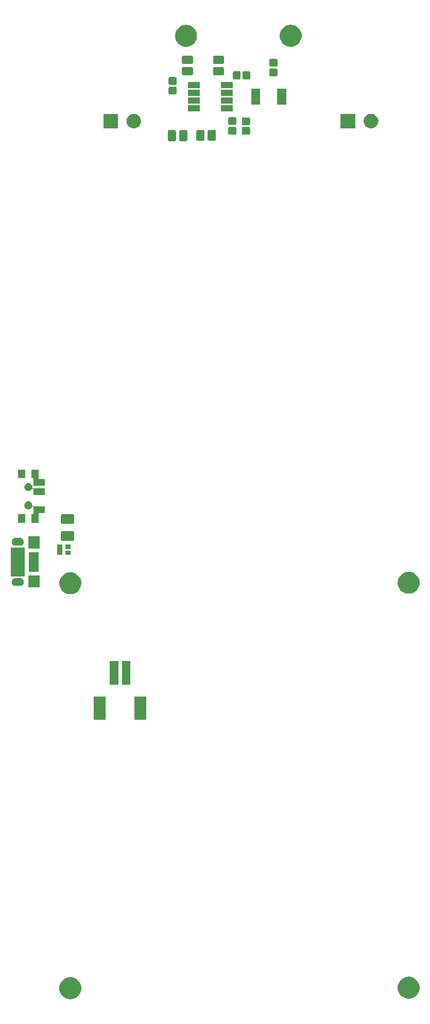
<source format=gbs>
G04 #@! TF.GenerationSoftware,KiCad,Pcbnew,(5.0.2-5)-5*
G04 #@! TF.CreationDate,2019-02-19T21:12:35-08:00*
G04 #@! TF.ProjectId,DC27-badge,44433237-2d62-4616-9467-652e6b696361,rev?*
G04 #@! TF.SameCoordinates,Original*
G04 #@! TF.FileFunction,Soldermask,Bot*
G04 #@! TF.FilePolarity,Negative*
%FSLAX46Y46*%
G04 Gerber Fmt 4.6, Leading zero omitted, Abs format (unit mm)*
G04 Created by KiCad (PCBNEW (5.0.2-5)-5) date Tuesday, February 19, 2019 at 09:12:35 PM*
%MOMM*%
%LPD*%
G01*
G04 APERTURE LIST*
%ADD10C,0.150000*%
G04 APERTURE END LIST*
D10*
G36*
X77979122Y-200046115D02*
X78095041Y-200069173D01*
X78422620Y-200204861D01*
X78713511Y-200399228D01*
X78717436Y-200401851D01*
X78968149Y-200652564D01*
X78968151Y-200652567D01*
X79111685Y-200867380D01*
X79165140Y-200947382D01*
X79300827Y-201274960D01*
X79370000Y-201622714D01*
X79370000Y-201977286D01*
X79300827Y-202325040D01*
X79165140Y-202652618D01*
X78968149Y-202947436D01*
X78717436Y-203198149D01*
X78717433Y-203198151D01*
X78422620Y-203395139D01*
X78095041Y-203530827D01*
X77979122Y-203553885D01*
X77747286Y-203600000D01*
X77392714Y-203600000D01*
X77160878Y-203553885D01*
X77044959Y-203530827D01*
X76717380Y-203395139D01*
X76422567Y-203198151D01*
X76422564Y-203198149D01*
X76171851Y-202947436D01*
X75974860Y-202652618D01*
X75839173Y-202325040D01*
X75770000Y-201977286D01*
X75770000Y-201622714D01*
X75839173Y-201274960D01*
X75974860Y-200947382D01*
X76028316Y-200867380D01*
X76171849Y-200652567D01*
X76171851Y-200652564D01*
X76422564Y-200401851D01*
X76426489Y-200399228D01*
X76717380Y-200204861D01*
X77044959Y-200069173D01*
X77160878Y-200046115D01*
X77392714Y-200000000D01*
X77747286Y-200000000D01*
X77979122Y-200046115D01*
X77979122Y-200046115D01*
G37*
G36*
X133619122Y-199966115D02*
X133735041Y-199989173D01*
X134062620Y-200124861D01*
X134182347Y-200204860D01*
X134357436Y-200321851D01*
X134608149Y-200572564D01*
X134608151Y-200572567D01*
X134805139Y-200867380D01*
X134940827Y-201194959D01*
X135010000Y-201542716D01*
X135010000Y-201897284D01*
X134940827Y-202245041D01*
X134805139Y-202572620D01*
X134610772Y-202863511D01*
X134608149Y-202867436D01*
X134357436Y-203118149D01*
X134357433Y-203118151D01*
X134062620Y-203315139D01*
X133735041Y-203450827D01*
X133619122Y-203473885D01*
X133387286Y-203520000D01*
X133032714Y-203520000D01*
X132800878Y-203473885D01*
X132684959Y-203450827D01*
X132357380Y-203315139D01*
X132062567Y-203118151D01*
X132062564Y-203118149D01*
X131811851Y-202867436D01*
X131809228Y-202863511D01*
X131614861Y-202572620D01*
X131479173Y-202245041D01*
X131410000Y-201897284D01*
X131410000Y-201542716D01*
X131479173Y-201194959D01*
X131614861Y-200867380D01*
X131811849Y-200572567D01*
X131811851Y-200572564D01*
X132062564Y-200321851D01*
X132237653Y-200204860D01*
X132357380Y-200124861D01*
X132684959Y-199989173D01*
X132800878Y-199966115D01*
X133032714Y-199920000D01*
X133387286Y-199920000D01*
X133619122Y-199966115D01*
X133619122Y-199966115D01*
G37*
G36*
X90050000Y-157700000D02*
X88150000Y-157700000D01*
X88150000Y-153900000D01*
X90050000Y-153900000D01*
X90050000Y-157700000D01*
X90050000Y-157700000D01*
G37*
G36*
X83350000Y-157700000D02*
X81450000Y-157700000D01*
X81450000Y-153900000D01*
X83350000Y-153900000D01*
X83350000Y-157700000D01*
X83350000Y-157700000D01*
G37*
G36*
X87450000Y-152000000D02*
X86050000Y-152000000D01*
X86050000Y-148100000D01*
X87450000Y-148100000D01*
X87450000Y-152000000D01*
X87450000Y-152000000D01*
G37*
G36*
X85450000Y-152000000D02*
X84050000Y-152000000D01*
X84050000Y-148100000D01*
X85450000Y-148100000D01*
X85450000Y-152000000D01*
X85450000Y-152000000D01*
G37*
G36*
X77979122Y-133546115D02*
X78095041Y-133569173D01*
X78422620Y-133704861D01*
X78713511Y-133899228D01*
X78717436Y-133901851D01*
X78968149Y-134152564D01*
X78968151Y-134152567D01*
X79165139Y-134447380D01*
X79285032Y-134736826D01*
X79300827Y-134774960D01*
X79370000Y-135122714D01*
X79370000Y-135477286D01*
X79325202Y-135702497D01*
X79315945Y-135749040D01*
X79300827Y-135825040D01*
X79165140Y-136152618D01*
X78968149Y-136447436D01*
X78717436Y-136698149D01*
X78717433Y-136698151D01*
X78422620Y-136895139D01*
X78095041Y-137030827D01*
X77979122Y-137053885D01*
X77747286Y-137100000D01*
X77392714Y-137100000D01*
X77160878Y-137053885D01*
X77044959Y-137030827D01*
X76717380Y-136895139D01*
X76422567Y-136698151D01*
X76422564Y-136698149D01*
X76171851Y-136447436D01*
X75974860Y-136152618D01*
X75839173Y-135825040D01*
X75824056Y-135749040D01*
X75814798Y-135702497D01*
X75770000Y-135477286D01*
X75770000Y-135122714D01*
X75839173Y-134774960D01*
X75854969Y-134736826D01*
X75974861Y-134447380D01*
X76171849Y-134152567D01*
X76171851Y-134152564D01*
X76422564Y-133901851D01*
X76426489Y-133899228D01*
X76717380Y-133704861D01*
X77044959Y-133569173D01*
X77160878Y-133546115D01*
X77392714Y-133500000D01*
X77747286Y-133500000D01*
X77979122Y-133546115D01*
X77979122Y-133546115D01*
G37*
G36*
X133619122Y-133466115D02*
X133735041Y-133489173D01*
X134062620Y-133624861D01*
X134182347Y-133704860D01*
X134357436Y-133821851D01*
X134608149Y-134072564D01*
X134608151Y-134072567D01*
X134805139Y-134367380D01*
X134917199Y-134637915D01*
X134940827Y-134694960D01*
X134995958Y-134972119D01*
X135010000Y-135042716D01*
X135010000Y-135397284D01*
X134940827Y-135745041D01*
X134805139Y-136072620D01*
X134610772Y-136363511D01*
X134608149Y-136367436D01*
X134357436Y-136618149D01*
X134357433Y-136618151D01*
X134062620Y-136815139D01*
X133735041Y-136950827D01*
X133619122Y-136973885D01*
X133387286Y-137020000D01*
X133032714Y-137020000D01*
X132800878Y-136973885D01*
X132684959Y-136950827D01*
X132357380Y-136815139D01*
X132062567Y-136618151D01*
X132062564Y-136618149D01*
X131811851Y-136367436D01*
X131809228Y-136363511D01*
X131614861Y-136072620D01*
X131479173Y-135745041D01*
X131410000Y-135397284D01*
X131410000Y-135042716D01*
X131424043Y-134972119D01*
X131479173Y-134694960D01*
X131502802Y-134637915D01*
X131614861Y-134367380D01*
X131811849Y-134072567D01*
X131811851Y-134072564D01*
X132062564Y-133821851D01*
X132237653Y-133704860D01*
X132357380Y-133624861D01*
X132684959Y-133489173D01*
X132800878Y-133466115D01*
X133032714Y-133420000D01*
X133387286Y-133420000D01*
X133619122Y-133466115D01*
X133619122Y-133466115D01*
G37*
G36*
X72499770Y-135996690D02*
X70700230Y-135996690D01*
X70700230Y-133999030D01*
X72499770Y-133999030D01*
X72499770Y-135996690D01*
X72499770Y-135996690D01*
G37*
G36*
X69393417Y-134457936D02*
X69407051Y-134459279D01*
X69447865Y-134471660D01*
X69529496Y-134496423D01*
X69642343Y-134556741D01*
X69741255Y-134637915D01*
X69822429Y-134736827D01*
X69882747Y-134849674D01*
X69919891Y-134972120D01*
X69932433Y-135099460D01*
X69922911Y-135196135D01*
X69919891Y-135226801D01*
X69907510Y-135267615D01*
X69882747Y-135349246D01*
X69822429Y-135462093D01*
X69741255Y-135561005D01*
X69642343Y-135642179D01*
X69529496Y-135702497D01*
X69447865Y-135727260D01*
X69407051Y-135739641D01*
X69393417Y-135740984D01*
X69311621Y-135749040D01*
X68549299Y-135749040D01*
X68467503Y-135740984D01*
X68453869Y-135739641D01*
X68413055Y-135727260D01*
X68331424Y-135702497D01*
X68218577Y-135642179D01*
X68119665Y-135561005D01*
X68038491Y-135462093D01*
X67978173Y-135349246D01*
X67953410Y-135267615D01*
X67941029Y-135226801D01*
X67938009Y-135196135D01*
X67928487Y-135099460D01*
X67941029Y-134972120D01*
X67978173Y-134849674D01*
X68038491Y-134736827D01*
X68119665Y-134637915D01*
X68218577Y-134556741D01*
X68331424Y-134496423D01*
X68413055Y-134471660D01*
X68453869Y-134459279D01*
X68467503Y-134457936D01*
X68549299Y-134449880D01*
X69311621Y-134449880D01*
X69393417Y-134457936D01*
X69393417Y-134457936D01*
G37*
G36*
X70075339Y-131723920D02*
X70075341Y-131723940D01*
X70075341Y-134148840D01*
X67775421Y-134148840D01*
X67775421Y-131876080D01*
X67775419Y-131876060D01*
X67775419Y-129451160D01*
X70075339Y-129451160D01*
X70075339Y-131723920D01*
X70075339Y-131723920D01*
G37*
G36*
X72401370Y-133424329D02*
X70798630Y-133424329D01*
X70798630Y-130175670D01*
X72401370Y-130175670D01*
X72401370Y-133424329D01*
X72401370Y-133424329D01*
G37*
G36*
X76235000Y-130660000D02*
X75385000Y-130660000D01*
X75385000Y-128960000D01*
X76235000Y-128960000D01*
X76235000Y-130660000D01*
X76235000Y-130660000D01*
G37*
G36*
X77635000Y-130660000D02*
X76785000Y-130660000D01*
X76785000Y-129960000D01*
X77635000Y-129960000D01*
X77635000Y-130660000D01*
X77635000Y-130660000D01*
G37*
G36*
X77635000Y-129660000D02*
X76785000Y-129660000D01*
X76785000Y-128960000D01*
X77635000Y-128960000D01*
X77635000Y-129660000D01*
X77635000Y-129660000D01*
G37*
G36*
X72499770Y-129600970D02*
X70700230Y-129600970D01*
X70700230Y-127603310D01*
X72499770Y-127603310D01*
X72499770Y-129600970D01*
X72499770Y-129600970D01*
G37*
G36*
X69393417Y-127859016D02*
X69407051Y-127860359D01*
X69447865Y-127872740D01*
X69529496Y-127897503D01*
X69642343Y-127957821D01*
X69741255Y-128038995D01*
X69822429Y-128137907D01*
X69882747Y-128250754D01*
X69906600Y-128329385D01*
X69916019Y-128360434D01*
X69919891Y-128373200D01*
X69932433Y-128500540D01*
X69919891Y-128627880D01*
X69882747Y-128750326D01*
X69822429Y-128863173D01*
X69741255Y-128962085D01*
X69642343Y-129043259D01*
X69529496Y-129103577D01*
X69447865Y-129128340D01*
X69407051Y-129140721D01*
X69393417Y-129142064D01*
X69311621Y-129150120D01*
X68549299Y-129150120D01*
X68467503Y-129142064D01*
X68453869Y-129140721D01*
X68413055Y-129128340D01*
X68331424Y-129103577D01*
X68218577Y-129043259D01*
X68119665Y-128962085D01*
X68038491Y-128863173D01*
X67978173Y-128750326D01*
X67941029Y-128627880D01*
X67928487Y-128500540D01*
X67941029Y-128373200D01*
X67944902Y-128360434D01*
X67954320Y-128329385D01*
X67978173Y-128250754D01*
X68038491Y-128137907D01*
X68119665Y-128038995D01*
X68218577Y-127957821D01*
X68331424Y-127897503D01*
X68413055Y-127872740D01*
X68453869Y-127860359D01*
X68467503Y-127859016D01*
X68549299Y-127850960D01*
X69311621Y-127850960D01*
X69393417Y-127859016D01*
X69393417Y-127859016D01*
G37*
G36*
X77989628Y-126740493D02*
X78037354Y-126754970D01*
X78081336Y-126778479D01*
X78119885Y-126810115D01*
X78151521Y-126848664D01*
X78175030Y-126892646D01*
X78189507Y-126940372D01*
X78195000Y-126996141D01*
X78195000Y-128123859D01*
X78189507Y-128179628D01*
X78175030Y-128227354D01*
X78151521Y-128271336D01*
X78119885Y-128309885D01*
X78081336Y-128341521D01*
X78037354Y-128365030D01*
X77989628Y-128379507D01*
X77933859Y-128385000D01*
X76306141Y-128385000D01*
X76250372Y-128379507D01*
X76202646Y-128365030D01*
X76158664Y-128341521D01*
X76120115Y-128309885D01*
X76088479Y-128271336D01*
X76064970Y-128227354D01*
X76050493Y-128179628D01*
X76045000Y-128123859D01*
X76045000Y-126996141D01*
X76050493Y-126940372D01*
X76064970Y-126892646D01*
X76088479Y-126848664D01*
X76120115Y-126810115D01*
X76158664Y-126778479D01*
X76202646Y-126754970D01*
X76250372Y-126740493D01*
X76306141Y-126735000D01*
X77933859Y-126735000D01*
X77989628Y-126740493D01*
X77989628Y-126740493D01*
G37*
G36*
X77989628Y-123940493D02*
X78037354Y-123954970D01*
X78081336Y-123978479D01*
X78119885Y-124010115D01*
X78151521Y-124048664D01*
X78175030Y-124092646D01*
X78189507Y-124140372D01*
X78195000Y-124196141D01*
X78195000Y-125323859D01*
X78189507Y-125379628D01*
X78175030Y-125427354D01*
X78151521Y-125471336D01*
X78119885Y-125509885D01*
X78081336Y-125541521D01*
X78037354Y-125565030D01*
X77989628Y-125579507D01*
X77933859Y-125585000D01*
X76306141Y-125585000D01*
X76250372Y-125579507D01*
X76202646Y-125565030D01*
X76158664Y-125541521D01*
X76120115Y-125509885D01*
X76088479Y-125471336D01*
X76064970Y-125427354D01*
X76050493Y-125379628D01*
X76045000Y-125323859D01*
X76045000Y-124196141D01*
X76050493Y-124140372D01*
X76064970Y-124092646D01*
X76088479Y-124048664D01*
X76120115Y-124010115D01*
X76158664Y-123978479D01*
X76202646Y-123954970D01*
X76250372Y-123940493D01*
X76306141Y-123935000D01*
X77933859Y-123935000D01*
X77989628Y-123940493D01*
X77989628Y-123940493D01*
G37*
G36*
X70817738Y-121866653D02*
X70859598Y-121874979D01*
X70894245Y-121889330D01*
X70977890Y-121923977D01*
X71084354Y-121995114D01*
X71174886Y-122085646D01*
X71246023Y-122192110D01*
X71295021Y-122310403D01*
X71320000Y-122435979D01*
X71320000Y-122575000D01*
X71322402Y-122599386D01*
X71329515Y-122622835D01*
X71341066Y-122644446D01*
X71356612Y-122663388D01*
X71375554Y-122678934D01*
X71397165Y-122690485D01*
X71420614Y-122697598D01*
X71445000Y-122700000D01*
X73380000Y-122700000D01*
X73380000Y-123800000D01*
X72505000Y-123800000D01*
X72480614Y-123802402D01*
X72457165Y-123809515D01*
X72435554Y-123821066D01*
X72416612Y-123836612D01*
X72401066Y-123855554D01*
X72389515Y-123877165D01*
X72382402Y-123900614D01*
X72380000Y-123925000D01*
X72380000Y-125350000D01*
X71180000Y-125350000D01*
X71180000Y-123950000D01*
X71355000Y-123950000D01*
X71379386Y-123947598D01*
X71402835Y-123940485D01*
X71424446Y-123928934D01*
X71443388Y-123913388D01*
X71458934Y-123894446D01*
X71470485Y-123872835D01*
X71477598Y-123849386D01*
X71480000Y-123825000D01*
X71480000Y-122869788D01*
X71477598Y-122845402D01*
X71470485Y-122821953D01*
X71458934Y-122800342D01*
X71443388Y-122781400D01*
X71424446Y-122765854D01*
X71402835Y-122754303D01*
X71379386Y-122747190D01*
X71355000Y-122744788D01*
X71330614Y-122747190D01*
X71307165Y-122754303D01*
X71285554Y-122765854D01*
X71266612Y-122781400D01*
X71251066Y-122800342D01*
X71174886Y-122914354D01*
X71084354Y-123004886D01*
X70977890Y-123076023D01*
X70894245Y-123110670D01*
X70859598Y-123125021D01*
X70817738Y-123133347D01*
X70734021Y-123150000D01*
X70605979Y-123150000D01*
X70522262Y-123133347D01*
X70480402Y-123125021D01*
X70445755Y-123110670D01*
X70362110Y-123076023D01*
X70255646Y-123004886D01*
X70165114Y-122914354D01*
X70093977Y-122807890D01*
X70048293Y-122697598D01*
X70044979Y-122689598D01*
X70020000Y-122564019D01*
X70020000Y-122435981D01*
X70044979Y-122310402D01*
X70059330Y-122275755D01*
X70093977Y-122192110D01*
X70165114Y-122085646D01*
X70255646Y-121995114D01*
X70362110Y-121923977D01*
X70445755Y-121889330D01*
X70480402Y-121874979D01*
X70522262Y-121866653D01*
X70605979Y-121850000D01*
X70734021Y-121850000D01*
X70817738Y-121866653D01*
X70817738Y-121866653D01*
G37*
G36*
X70170000Y-125350000D02*
X68970000Y-125350000D01*
X68970000Y-123950000D01*
X70170000Y-123950000D01*
X70170000Y-125350000D01*
X70170000Y-125350000D01*
G37*
G36*
X72380000Y-118075000D02*
X72382402Y-118099386D01*
X72389515Y-118122835D01*
X72401066Y-118144446D01*
X72416612Y-118163388D01*
X72435554Y-118178934D01*
X72457165Y-118190485D01*
X72480614Y-118197598D01*
X72505000Y-118200000D01*
X73380000Y-118200000D01*
X73380000Y-119300000D01*
X71445000Y-119300000D01*
X71420614Y-119302402D01*
X71397165Y-119309515D01*
X71375554Y-119321066D01*
X71356612Y-119336612D01*
X71341066Y-119355554D01*
X71329515Y-119377165D01*
X71322402Y-119400614D01*
X71320000Y-119425000D01*
X71320000Y-119575000D01*
X71322402Y-119599386D01*
X71329515Y-119622835D01*
X71341066Y-119644446D01*
X71356612Y-119663388D01*
X71375554Y-119678934D01*
X71397165Y-119690485D01*
X71420614Y-119697598D01*
X71445000Y-119700000D01*
X73380000Y-119700000D01*
X73380000Y-120800000D01*
X71480000Y-120800000D01*
X71480000Y-119869788D01*
X71477598Y-119845402D01*
X71470485Y-119821953D01*
X71458934Y-119800342D01*
X71443388Y-119781400D01*
X71424446Y-119765854D01*
X71402835Y-119754303D01*
X71379386Y-119747190D01*
X71355000Y-119744788D01*
X71330614Y-119747190D01*
X71307165Y-119754303D01*
X71285554Y-119765854D01*
X71266612Y-119781400D01*
X71251066Y-119800342D01*
X71174886Y-119914354D01*
X71084354Y-120004886D01*
X70977890Y-120076023D01*
X70894245Y-120110670D01*
X70859598Y-120125021D01*
X70817738Y-120133347D01*
X70734021Y-120150000D01*
X70605979Y-120150000D01*
X70522262Y-120133347D01*
X70480402Y-120125021D01*
X70445755Y-120110670D01*
X70362110Y-120076023D01*
X70255646Y-120004886D01*
X70165114Y-119914354D01*
X70093977Y-119807890D01*
X70048293Y-119697598D01*
X70044979Y-119689598D01*
X70020000Y-119564019D01*
X70020000Y-119435981D01*
X70044979Y-119310402D01*
X70071781Y-119245697D01*
X70093977Y-119192110D01*
X70165114Y-119085646D01*
X70255646Y-118995114D01*
X70362110Y-118923977D01*
X70445755Y-118889330D01*
X70480402Y-118874979D01*
X70522262Y-118866653D01*
X70605979Y-118850000D01*
X70734021Y-118850000D01*
X70817738Y-118866653D01*
X70859598Y-118874979D01*
X70894245Y-118889330D01*
X70977890Y-118923977D01*
X71084354Y-118995114D01*
X71174886Y-119085646D01*
X71251066Y-119199658D01*
X71266611Y-119218600D01*
X71285553Y-119234145D01*
X71307164Y-119245697D01*
X71330613Y-119252810D01*
X71355000Y-119255212D01*
X71379386Y-119252810D01*
X71402835Y-119245697D01*
X71424446Y-119234146D01*
X71443388Y-119218601D01*
X71458933Y-119199659D01*
X71470485Y-119178048D01*
X71477598Y-119154599D01*
X71480000Y-119130212D01*
X71480000Y-118175000D01*
X71477598Y-118150614D01*
X71470485Y-118127165D01*
X71458934Y-118105554D01*
X71443388Y-118086612D01*
X71424446Y-118071066D01*
X71402835Y-118059515D01*
X71379386Y-118052402D01*
X71355000Y-118050000D01*
X71180000Y-118050000D01*
X71180000Y-116650000D01*
X72380000Y-116650000D01*
X72380000Y-118075000D01*
X72380000Y-118075000D01*
G37*
G36*
X70170000Y-118050000D02*
X68970000Y-118050000D01*
X68970000Y-116650000D01*
X70170000Y-116650000D01*
X70170000Y-118050000D01*
X70170000Y-118050000D01*
G37*
G36*
X94723497Y-60905997D02*
X94776153Y-60921970D01*
X94824665Y-60947900D01*
X94867196Y-60982804D01*
X94902100Y-61025335D01*
X94928030Y-61073847D01*
X94944003Y-61126503D01*
X94950000Y-61187390D01*
X94950000Y-62412610D01*
X94944003Y-62473497D01*
X94928030Y-62526153D01*
X94902100Y-62574665D01*
X94867196Y-62617196D01*
X94824665Y-62652100D01*
X94776153Y-62678030D01*
X94723497Y-62694003D01*
X94662610Y-62700000D01*
X93862390Y-62700000D01*
X93801503Y-62694003D01*
X93748847Y-62678030D01*
X93700335Y-62652100D01*
X93657804Y-62617196D01*
X93622900Y-62574665D01*
X93596970Y-62526153D01*
X93580997Y-62473497D01*
X93575000Y-62412610D01*
X93575000Y-61187390D01*
X93580997Y-61126503D01*
X93596970Y-61073847D01*
X93622900Y-61025335D01*
X93657804Y-60982804D01*
X93700335Y-60947900D01*
X93748847Y-60921970D01*
X93801503Y-60905997D01*
X93862390Y-60900000D01*
X94662610Y-60900000D01*
X94723497Y-60905997D01*
X94723497Y-60905997D01*
G37*
G36*
X96598497Y-60905997D02*
X96651153Y-60921970D01*
X96699665Y-60947900D01*
X96742196Y-60982804D01*
X96777100Y-61025335D01*
X96803030Y-61073847D01*
X96819003Y-61126503D01*
X96825000Y-61187390D01*
X96825000Y-62412610D01*
X96819003Y-62473497D01*
X96803030Y-62526153D01*
X96777100Y-62574665D01*
X96742196Y-62617196D01*
X96699665Y-62652100D01*
X96651153Y-62678030D01*
X96598497Y-62694003D01*
X96537610Y-62700000D01*
X95737390Y-62700000D01*
X95676503Y-62694003D01*
X95623847Y-62678030D01*
X95575335Y-62652100D01*
X95532804Y-62617196D01*
X95497900Y-62574665D01*
X95471970Y-62526153D01*
X95455997Y-62473497D01*
X95450000Y-62412610D01*
X95450000Y-61187390D01*
X95455997Y-61126503D01*
X95471970Y-61073847D01*
X95497900Y-61025335D01*
X95532804Y-60982804D01*
X95575335Y-60947900D01*
X95623847Y-60921970D01*
X95676503Y-60905997D01*
X95737390Y-60900000D01*
X96537610Y-60900000D01*
X96598497Y-60905997D01*
X96598497Y-60905997D01*
G37*
G36*
X99423497Y-60855997D02*
X99476153Y-60871970D01*
X99524665Y-60897900D01*
X99567196Y-60932804D01*
X99602100Y-60975335D01*
X99628030Y-61023847D01*
X99644003Y-61076503D01*
X99650000Y-61137390D01*
X99650000Y-62362610D01*
X99644003Y-62423497D01*
X99628030Y-62476153D01*
X99602100Y-62524665D01*
X99567196Y-62567196D01*
X99524665Y-62602100D01*
X99476153Y-62628030D01*
X99423497Y-62644003D01*
X99362610Y-62650000D01*
X98562390Y-62650000D01*
X98501503Y-62644003D01*
X98448847Y-62628030D01*
X98400335Y-62602100D01*
X98357804Y-62567196D01*
X98322900Y-62524665D01*
X98296970Y-62476153D01*
X98280997Y-62423497D01*
X98275000Y-62362610D01*
X98275000Y-61137390D01*
X98280997Y-61076503D01*
X98296970Y-61023847D01*
X98322900Y-60975335D01*
X98357804Y-60932804D01*
X98400335Y-60897900D01*
X98448847Y-60871970D01*
X98501503Y-60855997D01*
X98562390Y-60850000D01*
X99362610Y-60850000D01*
X99423497Y-60855997D01*
X99423497Y-60855997D01*
G37*
G36*
X101298497Y-60855997D02*
X101351153Y-60871970D01*
X101399665Y-60897900D01*
X101442196Y-60932804D01*
X101477100Y-60975335D01*
X101503030Y-61023847D01*
X101519003Y-61076503D01*
X101525000Y-61137390D01*
X101525000Y-62362610D01*
X101519003Y-62423497D01*
X101503030Y-62476153D01*
X101477100Y-62524665D01*
X101442196Y-62567196D01*
X101399665Y-62602100D01*
X101351153Y-62628030D01*
X101298497Y-62644003D01*
X101237610Y-62650000D01*
X100437390Y-62650000D01*
X100376503Y-62644003D01*
X100323847Y-62628030D01*
X100275335Y-62602100D01*
X100232804Y-62567196D01*
X100197900Y-62524665D01*
X100171970Y-62476153D01*
X100155997Y-62423497D01*
X100150000Y-62362610D01*
X100150000Y-61137390D01*
X100155997Y-61076503D01*
X100171970Y-61023847D01*
X100197900Y-60975335D01*
X100232804Y-60932804D01*
X100275335Y-60897900D01*
X100323847Y-60871970D01*
X100376503Y-60855997D01*
X100437390Y-60850000D01*
X101237610Y-60850000D01*
X101298497Y-60855997D01*
X101298497Y-60855997D01*
G37*
G36*
X106918622Y-60378017D02*
X106966585Y-60392566D01*
X107010775Y-60416186D01*
X107049518Y-60447982D01*
X107081314Y-60486725D01*
X107104934Y-60530915D01*
X107119483Y-60578878D01*
X107125000Y-60634891D01*
X107125000Y-61385109D01*
X107119483Y-61441122D01*
X107104934Y-61489085D01*
X107081314Y-61533275D01*
X107049518Y-61572018D01*
X107010775Y-61603814D01*
X106966585Y-61627434D01*
X106918622Y-61641983D01*
X106862609Y-61647500D01*
X106037391Y-61647500D01*
X105981378Y-61641983D01*
X105933415Y-61627434D01*
X105889225Y-61603814D01*
X105850482Y-61572018D01*
X105818686Y-61533275D01*
X105795066Y-61489085D01*
X105780517Y-61441122D01*
X105775000Y-61385109D01*
X105775000Y-60634891D01*
X105780517Y-60578878D01*
X105795066Y-60530915D01*
X105818686Y-60486725D01*
X105850482Y-60447982D01*
X105889225Y-60416186D01*
X105933415Y-60392566D01*
X105981378Y-60378017D01*
X106037391Y-60372500D01*
X106862609Y-60372500D01*
X106918622Y-60378017D01*
X106918622Y-60378017D01*
G37*
G36*
X104668622Y-60368017D02*
X104716585Y-60382566D01*
X104760775Y-60406186D01*
X104799518Y-60437982D01*
X104831314Y-60476725D01*
X104854934Y-60520915D01*
X104869483Y-60568878D01*
X104875000Y-60624891D01*
X104875000Y-61375109D01*
X104869483Y-61431122D01*
X104854934Y-61479085D01*
X104831314Y-61523275D01*
X104799518Y-61562018D01*
X104760775Y-61593814D01*
X104716585Y-61617434D01*
X104668622Y-61631983D01*
X104612609Y-61637500D01*
X103787391Y-61637500D01*
X103731378Y-61631983D01*
X103683415Y-61617434D01*
X103639225Y-61593814D01*
X103600482Y-61562018D01*
X103568686Y-61523275D01*
X103545066Y-61479085D01*
X103530517Y-61431122D01*
X103525000Y-61375109D01*
X103525000Y-60624891D01*
X103530517Y-60568878D01*
X103545066Y-60520915D01*
X103568686Y-60476725D01*
X103600482Y-60437982D01*
X103639225Y-60406186D01*
X103683415Y-60382566D01*
X103731378Y-60368017D01*
X103787391Y-60362500D01*
X104612609Y-60362500D01*
X104668622Y-60368017D01*
X104668622Y-60368017D01*
G37*
G36*
X124399490Y-60599490D02*
X122000510Y-60599490D01*
X122000510Y-58200510D01*
X124399490Y-58200510D01*
X124399490Y-60599490D01*
X124399490Y-60599490D01*
G37*
G36*
X88359876Y-58246605D02*
X88578172Y-58337026D01*
X88774633Y-58468297D01*
X88941703Y-58635367D01*
X89072974Y-58831828D01*
X89163395Y-59050124D01*
X89209490Y-59281859D01*
X89209490Y-59518141D01*
X89163395Y-59749876D01*
X89072974Y-59968172D01*
X88941703Y-60164633D01*
X88774633Y-60331703D01*
X88578172Y-60462974D01*
X88359876Y-60553395D01*
X88128141Y-60599490D01*
X87891859Y-60599490D01*
X87660124Y-60553395D01*
X87441828Y-60462974D01*
X87245367Y-60331703D01*
X87078297Y-60164633D01*
X86947026Y-59968172D01*
X86856605Y-59749876D01*
X86810510Y-59518141D01*
X86810510Y-59281859D01*
X86856605Y-59050124D01*
X86947026Y-58831828D01*
X87078297Y-58635367D01*
X87245367Y-58468297D01*
X87441828Y-58337026D01*
X87660124Y-58246605D01*
X87891859Y-58200510D01*
X88128141Y-58200510D01*
X88359876Y-58246605D01*
X88359876Y-58246605D01*
G37*
G36*
X127359876Y-58246605D02*
X127578172Y-58337026D01*
X127774633Y-58468297D01*
X127941703Y-58635367D01*
X128072974Y-58831828D01*
X128163395Y-59050124D01*
X128209490Y-59281859D01*
X128209490Y-59518141D01*
X128163395Y-59749876D01*
X128072974Y-59968172D01*
X127941703Y-60164633D01*
X127774633Y-60331703D01*
X127578172Y-60462974D01*
X127359876Y-60553395D01*
X127128141Y-60599490D01*
X126891859Y-60599490D01*
X126660124Y-60553395D01*
X126441828Y-60462974D01*
X126245367Y-60331703D01*
X126078297Y-60164633D01*
X125947026Y-59968172D01*
X125856605Y-59749876D01*
X125810510Y-59518141D01*
X125810510Y-59281859D01*
X125856605Y-59050124D01*
X125947026Y-58831828D01*
X126078297Y-58635367D01*
X126245367Y-58468297D01*
X126441828Y-58337026D01*
X126660124Y-58246605D01*
X126891859Y-58200510D01*
X127128141Y-58200510D01*
X127359876Y-58246605D01*
X127359876Y-58246605D01*
G37*
G36*
X85399490Y-60599490D02*
X83000510Y-60599490D01*
X83000510Y-58200510D01*
X85399490Y-58200510D01*
X85399490Y-60599490D01*
X85399490Y-60599490D01*
G37*
G36*
X106918622Y-58803017D02*
X106966585Y-58817566D01*
X107010775Y-58841186D01*
X107049518Y-58872982D01*
X107081314Y-58911725D01*
X107104934Y-58955915D01*
X107119483Y-59003878D01*
X107125000Y-59059891D01*
X107125000Y-59810109D01*
X107119483Y-59866122D01*
X107104934Y-59914085D01*
X107081314Y-59958275D01*
X107049518Y-59997018D01*
X107010775Y-60028814D01*
X106966585Y-60052434D01*
X106918622Y-60066983D01*
X106862609Y-60072500D01*
X106037391Y-60072500D01*
X105981378Y-60066983D01*
X105933415Y-60052434D01*
X105889225Y-60028814D01*
X105850482Y-59997018D01*
X105818686Y-59958275D01*
X105795066Y-59914085D01*
X105780517Y-59866122D01*
X105775000Y-59810109D01*
X105775000Y-59059891D01*
X105780517Y-59003878D01*
X105795066Y-58955915D01*
X105818686Y-58911725D01*
X105850482Y-58872982D01*
X105889225Y-58841186D01*
X105933415Y-58817566D01*
X105981378Y-58803017D01*
X106037391Y-58797500D01*
X106862609Y-58797500D01*
X106918622Y-58803017D01*
X106918622Y-58803017D01*
G37*
G36*
X104668622Y-58793017D02*
X104716585Y-58807566D01*
X104760775Y-58831186D01*
X104799518Y-58862982D01*
X104831314Y-58901725D01*
X104854934Y-58945915D01*
X104869483Y-58993878D01*
X104875000Y-59049891D01*
X104875000Y-59800109D01*
X104869483Y-59856122D01*
X104854934Y-59904085D01*
X104831314Y-59948275D01*
X104799518Y-59987018D01*
X104760775Y-60018814D01*
X104716585Y-60042434D01*
X104668622Y-60056983D01*
X104612609Y-60062500D01*
X103787391Y-60062500D01*
X103731378Y-60056983D01*
X103683415Y-60042434D01*
X103639225Y-60018814D01*
X103600482Y-59987018D01*
X103568686Y-59948275D01*
X103545066Y-59904085D01*
X103530517Y-59856122D01*
X103525000Y-59800109D01*
X103525000Y-59049891D01*
X103530517Y-58993878D01*
X103545066Y-58945915D01*
X103568686Y-58901725D01*
X103600482Y-58862982D01*
X103639225Y-58831186D01*
X103683415Y-58807566D01*
X103731378Y-58793017D01*
X103787391Y-58787500D01*
X104612609Y-58787500D01*
X104668622Y-58793017D01*
X104668622Y-58793017D01*
G37*
G36*
X98875000Y-57805000D02*
X96925000Y-57805000D01*
X96925000Y-56805000D01*
X98875000Y-56805000D01*
X98875000Y-57805000D01*
X98875000Y-57805000D01*
G37*
G36*
X104275000Y-57805000D02*
X102325000Y-57805000D01*
X102325000Y-56805000D01*
X104275000Y-56805000D01*
X104275000Y-57805000D01*
X104275000Y-57805000D01*
G37*
G36*
X113100000Y-56725000D02*
X111600000Y-56725000D01*
X111600000Y-54075000D01*
X113100000Y-54075000D01*
X113100000Y-56725000D01*
X113100000Y-56725000D01*
G37*
G36*
X108800000Y-56725000D02*
X107300000Y-56725000D01*
X107300000Y-54075000D01*
X108800000Y-54075000D01*
X108800000Y-56725000D01*
X108800000Y-56725000D01*
G37*
G36*
X104275000Y-56535000D02*
X102325000Y-56535000D01*
X102325000Y-55535000D01*
X104275000Y-55535000D01*
X104275000Y-56535000D01*
X104275000Y-56535000D01*
G37*
G36*
X98875000Y-56535000D02*
X96925000Y-56535000D01*
X96925000Y-55535000D01*
X98875000Y-55535000D01*
X98875000Y-56535000D01*
X98875000Y-56535000D01*
G37*
G36*
X104275000Y-55265000D02*
X102325000Y-55265000D01*
X102325000Y-54265000D01*
X104275000Y-54265000D01*
X104275000Y-55265000D01*
X104275000Y-55265000D01*
G37*
G36*
X98875000Y-55265000D02*
X96925000Y-55265000D01*
X96925000Y-54265000D01*
X98875000Y-54265000D01*
X98875000Y-55265000D01*
X98875000Y-55265000D01*
G37*
G36*
X94868622Y-53768017D02*
X94916585Y-53782566D01*
X94960775Y-53806186D01*
X94999518Y-53837982D01*
X95031314Y-53876725D01*
X95054934Y-53920915D01*
X95069483Y-53968878D01*
X95075000Y-54024891D01*
X95075000Y-54775109D01*
X95069483Y-54831122D01*
X95054934Y-54879085D01*
X95031314Y-54923275D01*
X94999518Y-54962018D01*
X94960775Y-54993814D01*
X94916585Y-55017434D01*
X94868622Y-55031983D01*
X94812609Y-55037500D01*
X93987391Y-55037500D01*
X93931378Y-55031983D01*
X93883415Y-55017434D01*
X93839225Y-54993814D01*
X93800482Y-54962018D01*
X93768686Y-54923275D01*
X93745066Y-54879085D01*
X93730517Y-54831122D01*
X93725000Y-54775109D01*
X93725000Y-54024891D01*
X93730517Y-53968878D01*
X93745066Y-53920915D01*
X93768686Y-53876725D01*
X93800482Y-53837982D01*
X93839225Y-53806186D01*
X93883415Y-53782566D01*
X93931378Y-53768017D01*
X93987391Y-53762500D01*
X94812609Y-53762500D01*
X94868622Y-53768017D01*
X94868622Y-53768017D01*
G37*
G36*
X104275000Y-53995000D02*
X102325000Y-53995000D01*
X102325000Y-52995000D01*
X104275000Y-52995000D01*
X104275000Y-53995000D01*
X104275000Y-53995000D01*
G37*
G36*
X98875000Y-53995000D02*
X96925000Y-53995000D01*
X96925000Y-52995000D01*
X98875000Y-52995000D01*
X98875000Y-53995000D01*
X98875000Y-53995000D01*
G37*
G36*
X94868622Y-52193017D02*
X94916585Y-52207566D01*
X94960775Y-52231186D01*
X94999518Y-52262982D01*
X95031314Y-52301725D01*
X95054934Y-52345915D01*
X95069483Y-52393878D01*
X95075000Y-52449891D01*
X95075000Y-53200109D01*
X95069483Y-53256122D01*
X95054934Y-53304085D01*
X95031314Y-53348275D01*
X94999518Y-53387018D01*
X94960775Y-53418814D01*
X94916585Y-53442434D01*
X94868622Y-53456983D01*
X94812609Y-53462500D01*
X93987391Y-53462500D01*
X93931378Y-53456983D01*
X93883415Y-53442434D01*
X93839225Y-53418814D01*
X93800482Y-53387018D01*
X93768686Y-53348275D01*
X93745066Y-53304085D01*
X93730517Y-53256122D01*
X93725000Y-53200109D01*
X93725000Y-52449891D01*
X93730517Y-52393878D01*
X93745066Y-52345915D01*
X93768686Y-52301725D01*
X93800482Y-52262982D01*
X93839225Y-52231186D01*
X93883415Y-52207566D01*
X93931378Y-52193017D01*
X93987391Y-52187500D01*
X94812609Y-52187500D01*
X94868622Y-52193017D01*
X94868622Y-52193017D01*
G37*
G36*
X106956122Y-51230517D02*
X107004085Y-51245066D01*
X107048275Y-51268686D01*
X107087018Y-51300482D01*
X107118814Y-51339225D01*
X107142434Y-51383415D01*
X107156983Y-51431378D01*
X107162500Y-51487391D01*
X107162500Y-52312609D01*
X107156983Y-52368622D01*
X107142434Y-52416585D01*
X107118814Y-52460775D01*
X107087018Y-52499518D01*
X107048275Y-52531314D01*
X107004085Y-52554934D01*
X106956122Y-52569483D01*
X106900109Y-52575000D01*
X106149891Y-52575000D01*
X106093878Y-52569483D01*
X106045915Y-52554934D01*
X106001725Y-52531314D01*
X105962982Y-52499518D01*
X105931186Y-52460775D01*
X105907566Y-52416585D01*
X105893017Y-52368622D01*
X105887500Y-52312609D01*
X105887500Y-51487391D01*
X105893017Y-51431378D01*
X105907566Y-51383415D01*
X105931186Y-51339225D01*
X105962982Y-51300482D01*
X106001725Y-51268686D01*
X106045915Y-51245066D01*
X106093878Y-51230517D01*
X106149891Y-51225000D01*
X106900109Y-51225000D01*
X106956122Y-51230517D01*
X106956122Y-51230517D01*
G37*
G36*
X105381122Y-51230517D02*
X105429085Y-51245066D01*
X105473275Y-51268686D01*
X105512018Y-51300482D01*
X105543814Y-51339225D01*
X105567434Y-51383415D01*
X105581983Y-51431378D01*
X105587500Y-51487391D01*
X105587500Y-52312609D01*
X105581983Y-52368622D01*
X105567434Y-52416585D01*
X105543814Y-52460775D01*
X105512018Y-52499518D01*
X105473275Y-52531314D01*
X105429085Y-52554934D01*
X105381122Y-52569483D01*
X105325109Y-52575000D01*
X104574891Y-52575000D01*
X104518878Y-52569483D01*
X104470915Y-52554934D01*
X104426725Y-52531314D01*
X104387982Y-52499518D01*
X104356186Y-52460775D01*
X104332566Y-52416585D01*
X104318017Y-52368622D01*
X104312500Y-52312609D01*
X104312500Y-51487391D01*
X104318017Y-51431378D01*
X104332566Y-51383415D01*
X104356186Y-51339225D01*
X104387982Y-51300482D01*
X104426725Y-51268686D01*
X104470915Y-51245066D01*
X104518878Y-51230517D01*
X104574891Y-51225000D01*
X105325109Y-51225000D01*
X105381122Y-51230517D01*
X105381122Y-51230517D01*
G37*
G36*
X111428622Y-50768017D02*
X111476585Y-50782566D01*
X111520775Y-50806186D01*
X111559518Y-50837982D01*
X111591314Y-50876725D01*
X111614934Y-50920915D01*
X111629483Y-50968878D01*
X111635000Y-51024891D01*
X111635000Y-51775109D01*
X111629483Y-51831122D01*
X111614934Y-51879085D01*
X111591314Y-51923275D01*
X111559518Y-51962018D01*
X111520775Y-51993814D01*
X111476585Y-52017434D01*
X111428622Y-52031983D01*
X111372609Y-52037500D01*
X110547391Y-52037500D01*
X110491378Y-52031983D01*
X110443415Y-52017434D01*
X110399225Y-51993814D01*
X110360482Y-51962018D01*
X110328686Y-51923275D01*
X110305066Y-51879085D01*
X110290517Y-51831122D01*
X110285000Y-51775109D01*
X110285000Y-51024891D01*
X110290517Y-50968878D01*
X110305066Y-50920915D01*
X110328686Y-50876725D01*
X110360482Y-50837982D01*
X110399225Y-50806186D01*
X110443415Y-50782566D01*
X110491378Y-50768017D01*
X110547391Y-50762500D01*
X111372609Y-50762500D01*
X111428622Y-50768017D01*
X111428622Y-50768017D01*
G37*
G36*
X102613497Y-50538497D02*
X102666153Y-50554470D01*
X102714665Y-50580400D01*
X102757196Y-50615304D01*
X102792100Y-50657835D01*
X102818030Y-50706347D01*
X102834003Y-50759003D01*
X102840000Y-50819890D01*
X102840000Y-51620110D01*
X102834003Y-51680997D01*
X102818030Y-51733653D01*
X102792100Y-51782165D01*
X102757196Y-51824696D01*
X102714665Y-51859600D01*
X102666153Y-51885530D01*
X102613497Y-51901503D01*
X102552610Y-51907500D01*
X101327390Y-51907500D01*
X101266503Y-51901503D01*
X101213847Y-51885530D01*
X101165335Y-51859600D01*
X101122804Y-51824696D01*
X101087900Y-51782165D01*
X101061970Y-51733653D01*
X101045997Y-51680997D01*
X101040000Y-51620110D01*
X101040000Y-50819890D01*
X101045997Y-50759003D01*
X101061970Y-50706347D01*
X101087900Y-50657835D01*
X101122804Y-50615304D01*
X101165335Y-50580400D01*
X101213847Y-50554470D01*
X101266503Y-50538497D01*
X101327390Y-50532500D01*
X102552610Y-50532500D01*
X102613497Y-50538497D01*
X102613497Y-50538497D01*
G37*
G36*
X97503497Y-50518497D02*
X97556153Y-50534470D01*
X97604665Y-50560400D01*
X97647196Y-50595304D01*
X97682100Y-50637835D01*
X97708030Y-50686347D01*
X97724003Y-50739003D01*
X97730000Y-50799890D01*
X97730000Y-51600110D01*
X97724003Y-51660997D01*
X97708030Y-51713653D01*
X97682100Y-51762165D01*
X97647196Y-51804696D01*
X97604665Y-51839600D01*
X97556153Y-51865530D01*
X97503497Y-51881503D01*
X97442610Y-51887500D01*
X96217390Y-51887500D01*
X96156503Y-51881503D01*
X96103847Y-51865530D01*
X96055335Y-51839600D01*
X96012804Y-51804696D01*
X95977900Y-51762165D01*
X95951970Y-51713653D01*
X95935997Y-51660997D01*
X95930000Y-51600110D01*
X95930000Y-50799890D01*
X95935997Y-50739003D01*
X95951970Y-50686347D01*
X95977900Y-50637835D01*
X96012804Y-50595304D01*
X96055335Y-50560400D01*
X96103847Y-50534470D01*
X96156503Y-50518497D01*
X96217390Y-50512500D01*
X97442610Y-50512500D01*
X97503497Y-50518497D01*
X97503497Y-50518497D01*
G37*
G36*
X111428622Y-49193017D02*
X111476585Y-49207566D01*
X111520775Y-49231186D01*
X111559518Y-49262982D01*
X111591314Y-49301725D01*
X111614934Y-49345915D01*
X111629483Y-49393878D01*
X111635000Y-49449891D01*
X111635000Y-50200109D01*
X111629483Y-50256122D01*
X111614934Y-50304085D01*
X111591314Y-50348275D01*
X111559518Y-50387018D01*
X111520775Y-50418814D01*
X111476585Y-50442434D01*
X111428622Y-50456983D01*
X111372609Y-50462500D01*
X110547391Y-50462500D01*
X110491378Y-50456983D01*
X110443415Y-50442434D01*
X110399225Y-50418814D01*
X110360482Y-50387018D01*
X110328686Y-50348275D01*
X110305066Y-50304085D01*
X110290517Y-50256122D01*
X110285000Y-50200109D01*
X110285000Y-49449891D01*
X110290517Y-49393878D01*
X110305066Y-49345915D01*
X110328686Y-49301725D01*
X110360482Y-49262982D01*
X110399225Y-49231186D01*
X110443415Y-49207566D01*
X110491378Y-49193017D01*
X110547391Y-49187500D01*
X111372609Y-49187500D01*
X111428622Y-49193017D01*
X111428622Y-49193017D01*
G37*
G36*
X102613497Y-48663497D02*
X102666153Y-48679470D01*
X102714665Y-48705400D01*
X102757196Y-48740304D01*
X102792100Y-48782835D01*
X102818030Y-48831347D01*
X102834003Y-48884003D01*
X102840000Y-48944890D01*
X102840000Y-49745110D01*
X102834003Y-49805997D01*
X102818030Y-49858653D01*
X102792100Y-49907165D01*
X102757196Y-49949696D01*
X102714665Y-49984600D01*
X102666153Y-50010530D01*
X102613497Y-50026503D01*
X102552610Y-50032500D01*
X101327390Y-50032500D01*
X101266503Y-50026503D01*
X101213847Y-50010530D01*
X101165335Y-49984600D01*
X101122804Y-49949696D01*
X101087900Y-49907165D01*
X101061970Y-49858653D01*
X101045997Y-49805997D01*
X101040000Y-49745110D01*
X101040000Y-48944890D01*
X101045997Y-48884003D01*
X101061970Y-48831347D01*
X101087900Y-48782835D01*
X101122804Y-48740304D01*
X101165335Y-48705400D01*
X101213847Y-48679470D01*
X101266503Y-48663497D01*
X101327390Y-48657500D01*
X102552610Y-48657500D01*
X102613497Y-48663497D01*
X102613497Y-48663497D01*
G37*
G36*
X97503497Y-48643497D02*
X97556153Y-48659470D01*
X97604665Y-48685400D01*
X97647196Y-48720304D01*
X97682100Y-48762835D01*
X97708030Y-48811347D01*
X97724003Y-48864003D01*
X97730000Y-48924890D01*
X97730000Y-49725110D01*
X97724003Y-49785997D01*
X97708030Y-49838653D01*
X97682100Y-49887165D01*
X97647196Y-49929696D01*
X97604665Y-49964600D01*
X97556153Y-49990530D01*
X97503497Y-50006503D01*
X97442610Y-50012500D01*
X96217390Y-50012500D01*
X96156503Y-50006503D01*
X96103847Y-49990530D01*
X96055335Y-49964600D01*
X96012804Y-49929696D01*
X95977900Y-49887165D01*
X95951970Y-49838653D01*
X95935997Y-49785997D01*
X95930000Y-49725110D01*
X95930000Y-48924890D01*
X95935997Y-48864003D01*
X95951970Y-48811347D01*
X95977900Y-48762835D01*
X96012804Y-48720304D01*
X96055335Y-48685400D01*
X96103847Y-48659470D01*
X96156503Y-48643497D01*
X96217390Y-48637500D01*
X97442610Y-48637500D01*
X97503497Y-48643497D01*
X97503497Y-48643497D01*
G37*
G36*
X114209122Y-43646115D02*
X114325041Y-43669173D01*
X114652620Y-43804861D01*
X114943511Y-43999228D01*
X114947436Y-44001851D01*
X115198149Y-44252564D01*
X115395140Y-44547382D01*
X115530827Y-44874960D01*
X115600000Y-45222714D01*
X115600000Y-45577286D01*
X115530827Y-45925040D01*
X115395140Y-46252618D01*
X115198149Y-46547436D01*
X114947436Y-46798149D01*
X114947433Y-46798151D01*
X114652620Y-46995139D01*
X114325041Y-47130827D01*
X114209122Y-47153885D01*
X113977286Y-47200000D01*
X113622714Y-47200000D01*
X113390878Y-47153885D01*
X113274959Y-47130827D01*
X112947380Y-46995139D01*
X112652567Y-46798151D01*
X112652564Y-46798149D01*
X112401851Y-46547436D01*
X112204860Y-46252618D01*
X112069173Y-45925040D01*
X112000000Y-45577286D01*
X112000000Y-45222714D01*
X112069173Y-44874960D01*
X112204860Y-44547382D01*
X112401851Y-44252564D01*
X112652564Y-44001851D01*
X112656489Y-43999228D01*
X112947380Y-43804861D01*
X113274959Y-43669173D01*
X113390878Y-43646115D01*
X113622714Y-43600000D01*
X113977286Y-43600000D01*
X114209122Y-43646115D01*
X114209122Y-43646115D01*
G37*
G36*
X97009122Y-43646115D02*
X97125041Y-43669173D01*
X97452620Y-43804861D01*
X97743511Y-43999228D01*
X97747436Y-44001851D01*
X97998149Y-44252564D01*
X98195140Y-44547382D01*
X98330827Y-44874960D01*
X98400000Y-45222714D01*
X98400000Y-45577286D01*
X98330827Y-45925040D01*
X98195140Y-46252618D01*
X97998149Y-46547436D01*
X97747436Y-46798149D01*
X97747433Y-46798151D01*
X97452620Y-46995139D01*
X97125041Y-47130827D01*
X97009122Y-47153885D01*
X96777286Y-47200000D01*
X96422714Y-47200000D01*
X96190878Y-47153885D01*
X96074959Y-47130827D01*
X95747380Y-46995139D01*
X95452567Y-46798151D01*
X95452564Y-46798149D01*
X95201851Y-46547436D01*
X95004860Y-46252618D01*
X94869173Y-45925040D01*
X94800000Y-45577286D01*
X94800000Y-45222714D01*
X94869173Y-44874960D01*
X95004860Y-44547382D01*
X95201851Y-44252564D01*
X95452564Y-44001851D01*
X95456489Y-43999228D01*
X95747380Y-43804861D01*
X96074959Y-43669173D01*
X96190878Y-43646115D01*
X96422714Y-43600000D01*
X96777286Y-43600000D01*
X97009122Y-43646115D01*
X97009122Y-43646115D01*
G37*
M02*

</source>
